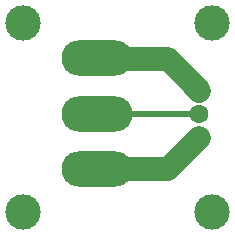
<source format=gtl>
G04*
G04 #@! TF.GenerationSoftware,Altium Limited,Altium Designer,19.1.3 (30)*
G04*
G04 Layer_Physical_Order=1*
G04 Layer_Color=255*
%FSLAX25Y25*%
%MOIN*%
G70*
G01*
G75*
%ADD15C,0.01968*%
%ADD16C,0.07874*%
%ADD17C,0.06299*%
%ADD18O,0.23700X0.11850*%
%ADD19C,0.11811*%
D15*
X66516Y40437D02*
X66579Y40374D01*
X62090Y40437D02*
X66516D01*
X32563D02*
X62090D01*
X32500Y40500D02*
X32563Y40437D01*
D16*
X64335Y30335D02*
X66500Y32500D01*
X64335Y50492D02*
X66579Y48248D01*
X56161Y22161D02*
X64335Y30335D01*
X32665Y22161D02*
X56161D01*
X32500Y21996D02*
X32665Y22161D01*
X56161Y58666D02*
X64335Y50492D01*
X32838Y58666D02*
X56161D01*
X32500Y59004D02*
X32838Y58666D01*
D17*
X66658Y32500D02*
D03*
X66579Y40374D02*
D03*
Y48248D02*
D03*
D18*
X32500Y21996D02*
D03*
Y40500D02*
D03*
Y59004D02*
D03*
D19*
X7874Y70866D02*
D03*
X70866D02*
D03*
Y7874D02*
D03*
X7874D02*
D03*
M02*

</source>
